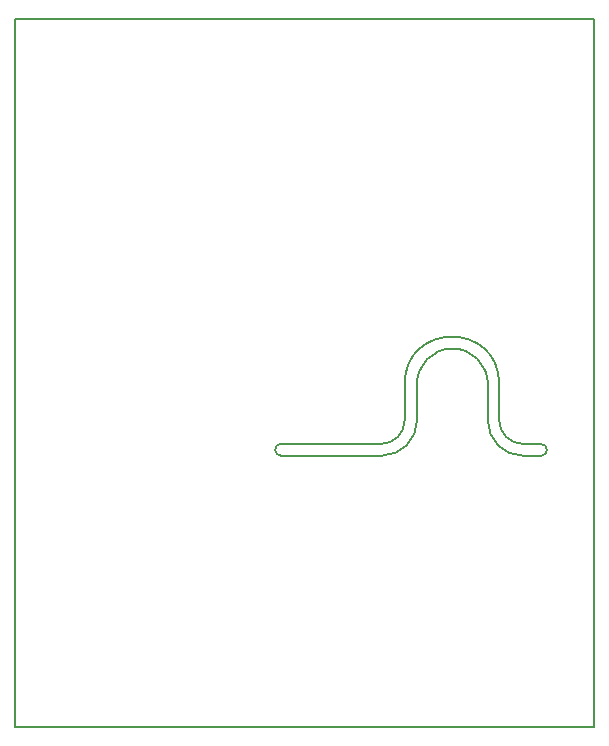
<source format=gbr>
G04 #@! TF.GenerationSoftware,KiCad,Pcbnew,(5.1.0)-1*
G04 #@! TF.CreationDate,2019-04-04T10:35:36+02:00*
G04 #@! TF.ProjectId,WiFi switch,57694669-2073-4776-9974-63682e6b6963,rev?*
G04 #@! TF.SameCoordinates,Original*
G04 #@! TF.FileFunction,Profile,NP*
%FSLAX46Y46*%
G04 Gerber Fmt 4.6, Leading zero omitted, Abs format (unit mm)*
G04 Created by KiCad (PCBNEW (5.1.0)-1) date 2019-04-04 10:35:36*
%MOMM*%
%LPD*%
G04 APERTURE LIST*
%ADD10C,0.150000*%
G04 APERTURE END LIST*
D10*
X177000000Y-75000000D02*
X177000000Y-135000000D01*
X226000000Y-75000000D02*
X177000000Y-75000000D01*
X226000000Y-135000000D02*
X226000000Y-75000000D01*
X177000000Y-135000000D02*
X226000000Y-135000000D01*
X217960000Y-105925000D02*
X217960000Y-109000000D01*
X217005000Y-109000000D02*
X217000000Y-106010000D01*
X219960000Y-112000000D02*
X221500000Y-112000000D01*
X221500000Y-111000000D02*
X220000000Y-111000000D01*
X221500000Y-111000000D02*
G75*
G02X221500000Y-112000000I0J-500000D01*
G01*
X219960000Y-112000000D02*
G75*
G02X217005000Y-109045000I0J2955000D01*
G01*
X219960000Y-111000000D02*
G75*
G02X217960000Y-109000000I0J2000000D01*
G01*
X211000000Y-106009492D02*
X210995012Y-109000000D01*
X209960000Y-109000000D02*
X209960000Y-105925000D01*
X199500000Y-112001597D02*
X207960000Y-112000000D01*
X199460000Y-111000000D02*
X207960000Y-111000000D01*
X199500000Y-112001597D02*
G75*
G02X199460000Y-111000000I0J501597D01*
G01*
X211000000Y-109000000D02*
G75*
G02X208000000Y-112000000I-3000000J0D01*
G01*
X209960000Y-109000000D02*
G75*
G02X207960000Y-111000000I-2000000J0D01*
G01*
X209960000Y-105925000D02*
G75*
G02X217960000Y-105925000I4000000J0D01*
G01*
X211000418Y-106015166D02*
G75*
G02X217000000Y-106000000I2999582J90166D01*
G01*
M02*

</source>
